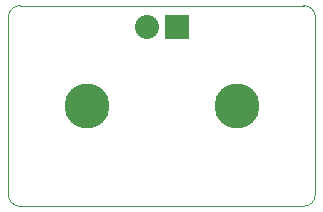
<source format=gbs>
G04 #@! TF.FileFunction,Soldermask,Bot*
%FSLAX46Y46*%
G04 Gerber Fmt 4.6, Leading zero omitted, Abs format (unit mm)*
G04 Created by KiCad (PCBNEW 0.201506152246+5755~23~ubuntu14.10.1-product) date Tue Jun 16 17:37:46 2015*
%MOMM*%
G01*
G04 APERTURE LIST*
%ADD10C,0.100000*%
%ADD11R,2.032000X2.032000*%
%ADD12O,2.032000X2.032000*%
%ADD13C,3.800000*%
G04 APERTURE END LIST*
D10*
X113000000Y-107500000D02*
X113000000Y-92500000D01*
X88000000Y-108500000D02*
X112000000Y-108500000D01*
X87000000Y-92500000D02*
X87000000Y-107500000D01*
X112000000Y-91500000D02*
X88000000Y-91500000D01*
X113000000Y-92500000D02*
G75*
G03X112000000Y-91500000I-1000000J0D01*
G01*
X112000000Y-108500000D02*
G75*
G03X113000000Y-107500000I0J1000000D01*
G01*
X87000000Y-107500000D02*
G75*
G03X88000000Y-108500000I1000000J0D01*
G01*
X88000000Y-91500000D02*
G75*
G03X87000000Y-92500000I0J-1000000D01*
G01*
D11*
X101270000Y-93300000D03*
D12*
X98730000Y-93300000D03*
D13*
X106350000Y-100000000D03*
X93650000Y-100000000D03*
M02*

</source>
